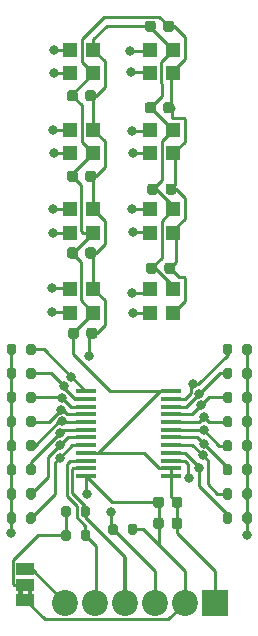
<source format=gtl>
%TF.GenerationSoftware,KiCad,Pcbnew,(5.1.12)-1*%
%TF.CreationDate,2022-08-18T12:28:12-07:00*%
%TF.ProjectId,HighPressureSensorArray,48696768-5072-4657-9373-75726553656e,rev?*%
%TF.SameCoordinates,Original*%
%TF.FileFunction,Copper,L1,Top*%
%TF.FilePolarity,Positive*%
%FSLAX46Y46*%
G04 Gerber Fmt 4.6, Leading zero omitted, Abs format (unit mm)*
G04 Created by KiCad (PCBNEW (5.1.12)-1) date 2022-08-18 12:28:12*
%MOMM*%
%LPD*%
G01*
G04 APERTURE LIST*
%TA.AperFunction,EtchedComponent*%
%ADD10C,0.100000*%
%TD*%
%TA.AperFunction,SMDPad,CuDef*%
%ADD11R,1.750000X0.450000*%
%TD*%
%TA.AperFunction,SMDPad,CuDef*%
%ADD12R,1.300000X1.300000*%
%TD*%
%TA.AperFunction,SMDPad,CuDef*%
%ADD13R,1.500000X1.000000*%
%TD*%
%TA.AperFunction,ComponentPad*%
%ADD14R,2.200000X2.200000*%
%TD*%
%TA.AperFunction,ComponentPad*%
%ADD15C,2.200000*%
%TD*%
%TA.AperFunction,ViaPad*%
%ADD16C,0.800000*%
%TD*%
%TA.AperFunction,Conductor*%
%ADD17C,0.250000*%
%TD*%
G04 APERTURE END LIST*
D10*
G36*
X121450000Y-93600000D02*
G01*
X121450000Y-93100000D01*
X121850000Y-93100000D01*
X121850000Y-93600000D01*
X121450000Y-93600000D01*
G37*
G36*
X120650000Y-93600000D02*
G01*
X120650000Y-93100000D01*
X121050000Y-93100000D01*
X121050000Y-93600000D01*
X120650000Y-93600000D01*
G37*
%TA.AperFunction,SMDPad,CuDef*%
G36*
G01*
X126325000Y-51550000D02*
X126325000Y-51050000D01*
G75*
G02*
X126550000Y-50825000I225000J0D01*
G01*
X127000000Y-50825000D01*
G75*
G02*
X127225000Y-51050000I0J-225000D01*
G01*
X127225000Y-51550000D01*
G75*
G02*
X127000000Y-51775000I-225000J0D01*
G01*
X126550000Y-51775000D01*
G75*
G02*
X126325000Y-51550000I0J225000D01*
G01*
G37*
%TD.AperFunction*%
%TA.AperFunction,SMDPad,CuDef*%
G36*
G01*
X124775000Y-51550000D02*
X124775000Y-51050000D01*
G75*
G02*
X125000000Y-50825000I225000J0D01*
G01*
X125450000Y-50825000D01*
G75*
G02*
X125675000Y-51050000I0J-225000D01*
G01*
X125675000Y-51550000D01*
G75*
G02*
X125450000Y-51775000I-225000J0D01*
G01*
X125000000Y-51775000D01*
G75*
G02*
X124775000Y-51550000I0J225000D01*
G01*
G37*
%TD.AperFunction*%
%TA.AperFunction,SMDPad,CuDef*%
G36*
G01*
X124775000Y-58350000D02*
X124775000Y-57850000D01*
G75*
G02*
X125000000Y-57625000I225000J0D01*
G01*
X125450000Y-57625000D01*
G75*
G02*
X125675000Y-57850000I0J-225000D01*
G01*
X125675000Y-58350000D01*
G75*
G02*
X125450000Y-58575000I-225000J0D01*
G01*
X125000000Y-58575000D01*
G75*
G02*
X124775000Y-58350000I0J225000D01*
G01*
G37*
%TD.AperFunction*%
%TA.AperFunction,SMDPad,CuDef*%
G36*
G01*
X126325000Y-58350000D02*
X126325000Y-57850000D01*
G75*
G02*
X126550000Y-57625000I225000J0D01*
G01*
X127000000Y-57625000D01*
G75*
G02*
X127225000Y-57850000I0J-225000D01*
G01*
X127225000Y-58350000D01*
G75*
G02*
X127000000Y-58575000I-225000J0D01*
G01*
X126550000Y-58575000D01*
G75*
G02*
X126325000Y-58350000I0J225000D01*
G01*
G37*
%TD.AperFunction*%
%TA.AperFunction,SMDPad,CuDef*%
G36*
G01*
X126325000Y-64850000D02*
X126325000Y-64350000D01*
G75*
G02*
X126550000Y-64125000I225000J0D01*
G01*
X127000000Y-64125000D01*
G75*
G02*
X127225000Y-64350000I0J-225000D01*
G01*
X127225000Y-64850000D01*
G75*
G02*
X127000000Y-65075000I-225000J0D01*
G01*
X126550000Y-65075000D01*
G75*
G02*
X126325000Y-64850000I0J225000D01*
G01*
G37*
%TD.AperFunction*%
%TA.AperFunction,SMDPad,CuDef*%
G36*
G01*
X124775000Y-64850000D02*
X124775000Y-64350000D01*
G75*
G02*
X125000000Y-64125000I225000J0D01*
G01*
X125450000Y-64125000D01*
G75*
G02*
X125675000Y-64350000I0J-225000D01*
G01*
X125675000Y-64850000D01*
G75*
G02*
X125450000Y-65075000I-225000J0D01*
G01*
X125000000Y-65075000D01*
G75*
G02*
X124775000Y-64850000I0J225000D01*
G01*
G37*
%TD.AperFunction*%
%TA.AperFunction,SMDPad,CuDef*%
G36*
G01*
X124875000Y-71650000D02*
X124875000Y-71150000D01*
G75*
G02*
X125100000Y-70925000I225000J0D01*
G01*
X125550000Y-70925000D01*
G75*
G02*
X125775000Y-71150000I0J-225000D01*
G01*
X125775000Y-71650000D01*
G75*
G02*
X125550000Y-71875000I-225000J0D01*
G01*
X125100000Y-71875000D01*
G75*
G02*
X124875000Y-71650000I0J225000D01*
G01*
G37*
%TD.AperFunction*%
%TA.AperFunction,SMDPad,CuDef*%
G36*
G01*
X126425000Y-71650000D02*
X126425000Y-71150000D01*
G75*
G02*
X126650000Y-70925000I225000J0D01*
G01*
X127100000Y-70925000D01*
G75*
G02*
X127325000Y-71150000I0J-225000D01*
G01*
X127325000Y-71650000D01*
G75*
G02*
X127100000Y-71875000I-225000J0D01*
G01*
X126650000Y-71875000D01*
G75*
G02*
X126425000Y-71650000I0J225000D01*
G01*
G37*
%TD.AperFunction*%
%TA.AperFunction,SMDPad,CuDef*%
G36*
G01*
X132275000Y-45150000D02*
X132275000Y-45650000D01*
G75*
G02*
X132050000Y-45875000I-225000J0D01*
G01*
X131600000Y-45875000D01*
G75*
G02*
X131375000Y-45650000I0J225000D01*
G01*
X131375000Y-45150000D01*
G75*
G02*
X131600000Y-44925000I225000J0D01*
G01*
X132050000Y-44925000D01*
G75*
G02*
X132275000Y-45150000I0J-225000D01*
G01*
G37*
%TD.AperFunction*%
%TA.AperFunction,SMDPad,CuDef*%
G36*
G01*
X133825000Y-45150000D02*
X133825000Y-45650000D01*
G75*
G02*
X133600000Y-45875000I-225000J0D01*
G01*
X133150000Y-45875000D01*
G75*
G02*
X132925000Y-45650000I0J225000D01*
G01*
X132925000Y-45150000D01*
G75*
G02*
X133150000Y-44925000I225000J0D01*
G01*
X133600000Y-44925000D01*
G75*
G02*
X133825000Y-45150000I0J-225000D01*
G01*
G37*
%TD.AperFunction*%
%TA.AperFunction,SMDPad,CuDef*%
G36*
G01*
X133825000Y-52050000D02*
X133825000Y-52550000D01*
G75*
G02*
X133600000Y-52775000I-225000J0D01*
G01*
X133150000Y-52775000D01*
G75*
G02*
X132925000Y-52550000I0J225000D01*
G01*
X132925000Y-52050000D01*
G75*
G02*
X133150000Y-51825000I225000J0D01*
G01*
X133600000Y-51825000D01*
G75*
G02*
X133825000Y-52050000I0J-225000D01*
G01*
G37*
%TD.AperFunction*%
%TA.AperFunction,SMDPad,CuDef*%
G36*
G01*
X132275000Y-52050000D02*
X132275000Y-52550000D01*
G75*
G02*
X132050000Y-52775000I-225000J0D01*
G01*
X131600000Y-52775000D01*
G75*
G02*
X131375000Y-52550000I0J225000D01*
G01*
X131375000Y-52050000D01*
G75*
G02*
X131600000Y-51825000I225000J0D01*
G01*
X132050000Y-51825000D01*
G75*
G02*
X132275000Y-52050000I0J-225000D01*
G01*
G37*
%TD.AperFunction*%
%TA.AperFunction,SMDPad,CuDef*%
G36*
G01*
X134025000Y-58950000D02*
X134025000Y-59450000D01*
G75*
G02*
X133800000Y-59675000I-225000J0D01*
G01*
X133350000Y-59675000D01*
G75*
G02*
X133125000Y-59450000I0J225000D01*
G01*
X133125000Y-58950000D01*
G75*
G02*
X133350000Y-58725000I225000J0D01*
G01*
X133800000Y-58725000D01*
G75*
G02*
X134025000Y-58950000I0J-225000D01*
G01*
G37*
%TD.AperFunction*%
%TA.AperFunction,SMDPad,CuDef*%
G36*
G01*
X132475000Y-58950000D02*
X132475000Y-59450000D01*
G75*
G02*
X132250000Y-59675000I-225000J0D01*
G01*
X131800000Y-59675000D01*
G75*
G02*
X131575000Y-59450000I0J225000D01*
G01*
X131575000Y-58950000D01*
G75*
G02*
X131800000Y-58725000I225000J0D01*
G01*
X132250000Y-58725000D01*
G75*
G02*
X132475000Y-58950000I0J-225000D01*
G01*
G37*
%TD.AperFunction*%
%TA.AperFunction,SMDPad,CuDef*%
G36*
G01*
X132375000Y-65650000D02*
X132375000Y-66150000D01*
G75*
G02*
X132150000Y-66375000I-225000J0D01*
G01*
X131700000Y-66375000D01*
G75*
G02*
X131475000Y-66150000I0J225000D01*
G01*
X131475000Y-65650000D01*
G75*
G02*
X131700000Y-65425000I225000J0D01*
G01*
X132150000Y-65425000D01*
G75*
G02*
X132375000Y-65650000I0J-225000D01*
G01*
G37*
%TD.AperFunction*%
%TA.AperFunction,SMDPad,CuDef*%
G36*
G01*
X133925000Y-65650000D02*
X133925000Y-66150000D01*
G75*
G02*
X133700000Y-66375000I-225000J0D01*
G01*
X133250000Y-66375000D01*
G75*
G02*
X133025000Y-66150000I0J225000D01*
G01*
X133025000Y-65650000D01*
G75*
G02*
X133250000Y-65425000I225000J0D01*
G01*
X133700000Y-65425000D01*
G75*
G02*
X133925000Y-65650000I0J-225000D01*
G01*
G37*
%TD.AperFunction*%
%TA.AperFunction,SMDPad,CuDef*%
G36*
G01*
X132075000Y-85950000D02*
X132075000Y-85450000D01*
G75*
G02*
X132300000Y-85225000I225000J0D01*
G01*
X132750000Y-85225000D01*
G75*
G02*
X132975000Y-85450000I0J-225000D01*
G01*
X132975000Y-85950000D01*
G75*
G02*
X132750000Y-86175000I-225000J0D01*
G01*
X132300000Y-86175000D01*
G75*
G02*
X132075000Y-85950000I0J225000D01*
G01*
G37*
%TD.AperFunction*%
%TA.AperFunction,SMDPad,CuDef*%
G36*
G01*
X133625000Y-85950000D02*
X133625000Y-85450000D01*
G75*
G02*
X133850000Y-85225000I225000J0D01*
G01*
X134300000Y-85225000D01*
G75*
G02*
X134525000Y-85450000I0J-225000D01*
G01*
X134525000Y-85950000D01*
G75*
G02*
X134300000Y-86175000I-225000J0D01*
G01*
X133850000Y-86175000D01*
G75*
G02*
X133625000Y-85950000I0J225000D01*
G01*
G37*
%TD.AperFunction*%
%TA.AperFunction,SMDPad,CuDef*%
G36*
G01*
X133625000Y-87750000D02*
X133625000Y-87250000D01*
G75*
G02*
X133850000Y-87025000I225000J0D01*
G01*
X134300000Y-87025000D01*
G75*
G02*
X134525000Y-87250000I0J-225000D01*
G01*
X134525000Y-87750000D01*
G75*
G02*
X134300000Y-87975000I-225000J0D01*
G01*
X133850000Y-87975000D01*
G75*
G02*
X133625000Y-87750000I0J225000D01*
G01*
G37*
%TD.AperFunction*%
%TA.AperFunction,SMDPad,CuDef*%
G36*
G01*
X132075000Y-87750000D02*
X132075000Y-87250000D01*
G75*
G02*
X132300000Y-87025000I225000J0D01*
G01*
X132750000Y-87025000D01*
G75*
G02*
X132975000Y-87250000I0J-225000D01*
G01*
X132975000Y-87750000D01*
G75*
G02*
X132750000Y-87975000I-225000J0D01*
G01*
X132300000Y-87975000D01*
G75*
G02*
X132075000Y-87750000I0J225000D01*
G01*
G37*
%TD.AperFunction*%
%TA.AperFunction,SMDPad,CuDef*%
G36*
G01*
X138775000Y-74522958D02*
X138775000Y-75072958D01*
G75*
G02*
X138575000Y-75272958I-200000J0D01*
G01*
X138175000Y-75272958D01*
G75*
G02*
X137975000Y-75072958I0J200000D01*
G01*
X137975000Y-74522958D01*
G75*
G02*
X138175000Y-74322958I200000J0D01*
G01*
X138575000Y-74322958D01*
G75*
G02*
X138775000Y-74522958I0J-200000D01*
G01*
G37*
%TD.AperFunction*%
%TA.AperFunction,SMDPad,CuDef*%
G36*
G01*
X140425000Y-74522958D02*
X140425000Y-75072958D01*
G75*
G02*
X140225000Y-75272958I-200000J0D01*
G01*
X139825000Y-75272958D01*
G75*
G02*
X139625000Y-75072958I0J200000D01*
G01*
X139625000Y-74522958D01*
G75*
G02*
X139825000Y-74322958I200000J0D01*
G01*
X140225000Y-74322958D01*
G75*
G02*
X140425000Y-74522958I0J-200000D01*
G01*
G37*
%TD.AperFunction*%
%TA.AperFunction,SMDPad,CuDef*%
G36*
G01*
X140425000Y-72482142D02*
X140425000Y-73032142D01*
G75*
G02*
X140225000Y-73232142I-200000J0D01*
G01*
X139825000Y-73232142D01*
G75*
G02*
X139625000Y-73032142I0J200000D01*
G01*
X139625000Y-72482142D01*
G75*
G02*
X139825000Y-72282142I200000J0D01*
G01*
X140225000Y-72282142D01*
G75*
G02*
X140425000Y-72482142I0J-200000D01*
G01*
G37*
%TD.AperFunction*%
%TA.AperFunction,SMDPad,CuDef*%
G36*
G01*
X138775000Y-72482142D02*
X138775000Y-73032142D01*
G75*
G02*
X138575000Y-73232142I-200000J0D01*
G01*
X138175000Y-73232142D01*
G75*
G02*
X137975000Y-73032142I0J200000D01*
G01*
X137975000Y-72482142D01*
G75*
G02*
X138175000Y-72282142I200000J0D01*
G01*
X138575000Y-72282142D01*
G75*
G02*
X138775000Y-72482142I0J-200000D01*
G01*
G37*
%TD.AperFunction*%
%TA.AperFunction,SMDPad,CuDef*%
G36*
G01*
X140425000Y-78604590D02*
X140425000Y-79154590D01*
G75*
G02*
X140225000Y-79354590I-200000J0D01*
G01*
X139825000Y-79354590D01*
G75*
G02*
X139625000Y-79154590I0J200000D01*
G01*
X139625000Y-78604590D01*
G75*
G02*
X139825000Y-78404590I200000J0D01*
G01*
X140225000Y-78404590D01*
G75*
G02*
X140425000Y-78604590I0J-200000D01*
G01*
G37*
%TD.AperFunction*%
%TA.AperFunction,SMDPad,CuDef*%
G36*
G01*
X138775000Y-78604590D02*
X138775000Y-79154590D01*
G75*
G02*
X138575000Y-79354590I-200000J0D01*
G01*
X138175000Y-79354590D01*
G75*
G02*
X137975000Y-79154590I0J200000D01*
G01*
X137975000Y-78604590D01*
G75*
G02*
X138175000Y-78404590I200000J0D01*
G01*
X138575000Y-78404590D01*
G75*
G02*
X138775000Y-78604590I0J-200000D01*
G01*
G37*
%TD.AperFunction*%
%TA.AperFunction,SMDPad,CuDef*%
G36*
G01*
X138775000Y-76563774D02*
X138775000Y-77113774D01*
G75*
G02*
X138575000Y-77313774I-200000J0D01*
G01*
X138175000Y-77313774D01*
G75*
G02*
X137975000Y-77113774I0J200000D01*
G01*
X137975000Y-76563774D01*
G75*
G02*
X138175000Y-76363774I200000J0D01*
G01*
X138575000Y-76363774D01*
G75*
G02*
X138775000Y-76563774I0J-200000D01*
G01*
G37*
%TD.AperFunction*%
%TA.AperFunction,SMDPad,CuDef*%
G36*
G01*
X140425000Y-76563774D02*
X140425000Y-77113774D01*
G75*
G02*
X140225000Y-77313774I-200000J0D01*
G01*
X139825000Y-77313774D01*
G75*
G02*
X139625000Y-77113774I0J200000D01*
G01*
X139625000Y-76563774D01*
G75*
G02*
X139825000Y-76363774I200000J0D01*
G01*
X140225000Y-76363774D01*
G75*
G02*
X140425000Y-76563774I0J-200000D01*
G01*
G37*
%TD.AperFunction*%
%TA.AperFunction,SMDPad,CuDef*%
G36*
G01*
X138775000Y-82686222D02*
X138775000Y-83236222D01*
G75*
G02*
X138575000Y-83436222I-200000J0D01*
G01*
X138175000Y-83436222D01*
G75*
G02*
X137975000Y-83236222I0J200000D01*
G01*
X137975000Y-82686222D01*
G75*
G02*
X138175000Y-82486222I200000J0D01*
G01*
X138575000Y-82486222D01*
G75*
G02*
X138775000Y-82686222I0J-200000D01*
G01*
G37*
%TD.AperFunction*%
%TA.AperFunction,SMDPad,CuDef*%
G36*
G01*
X140425000Y-82686222D02*
X140425000Y-83236222D01*
G75*
G02*
X140225000Y-83436222I-200000J0D01*
G01*
X139825000Y-83436222D01*
G75*
G02*
X139625000Y-83236222I0J200000D01*
G01*
X139625000Y-82686222D01*
G75*
G02*
X139825000Y-82486222I200000J0D01*
G01*
X140225000Y-82486222D01*
G75*
G02*
X140425000Y-82686222I0J-200000D01*
G01*
G37*
%TD.AperFunction*%
%TA.AperFunction,SMDPad,CuDef*%
G36*
G01*
X140425000Y-80645406D02*
X140425000Y-81195406D01*
G75*
G02*
X140225000Y-81395406I-200000J0D01*
G01*
X139825000Y-81395406D01*
G75*
G02*
X139625000Y-81195406I0J200000D01*
G01*
X139625000Y-80645406D01*
G75*
G02*
X139825000Y-80445406I200000J0D01*
G01*
X140225000Y-80445406D01*
G75*
G02*
X140425000Y-80645406I0J-200000D01*
G01*
G37*
%TD.AperFunction*%
%TA.AperFunction,SMDPad,CuDef*%
G36*
G01*
X138775000Y-80645406D02*
X138775000Y-81195406D01*
G75*
G02*
X138575000Y-81395406I-200000J0D01*
G01*
X138175000Y-81395406D01*
G75*
G02*
X137975000Y-81195406I0J200000D01*
G01*
X137975000Y-80645406D01*
G75*
G02*
X138175000Y-80445406I200000J0D01*
G01*
X138575000Y-80445406D01*
G75*
G02*
X138775000Y-80645406I0J-200000D01*
G01*
G37*
%TD.AperFunction*%
%TA.AperFunction,SMDPad,CuDef*%
G36*
G01*
X140425000Y-86767857D02*
X140425000Y-87317857D01*
G75*
G02*
X140225000Y-87517857I-200000J0D01*
G01*
X139825000Y-87517857D01*
G75*
G02*
X139625000Y-87317857I0J200000D01*
G01*
X139625000Y-86767857D01*
G75*
G02*
X139825000Y-86567857I200000J0D01*
G01*
X140225000Y-86567857D01*
G75*
G02*
X140425000Y-86767857I0J-200000D01*
G01*
G37*
%TD.AperFunction*%
%TA.AperFunction,SMDPad,CuDef*%
G36*
G01*
X138775000Y-86767857D02*
X138775000Y-87317857D01*
G75*
G02*
X138575000Y-87517857I-200000J0D01*
G01*
X138175000Y-87517857D01*
G75*
G02*
X137975000Y-87317857I0J200000D01*
G01*
X137975000Y-86767857D01*
G75*
G02*
X138175000Y-86567857I200000J0D01*
G01*
X138575000Y-86567857D01*
G75*
G02*
X138775000Y-86767857I0J-200000D01*
G01*
G37*
%TD.AperFunction*%
%TA.AperFunction,SMDPad,CuDef*%
G36*
G01*
X138775000Y-84727038D02*
X138775000Y-85277038D01*
G75*
G02*
X138575000Y-85477038I-200000J0D01*
G01*
X138175000Y-85477038D01*
G75*
G02*
X137975000Y-85277038I0J200000D01*
G01*
X137975000Y-84727038D01*
G75*
G02*
X138175000Y-84527038I200000J0D01*
G01*
X138575000Y-84527038D01*
G75*
G02*
X138775000Y-84727038I0J-200000D01*
G01*
G37*
%TD.AperFunction*%
%TA.AperFunction,SMDPad,CuDef*%
G36*
G01*
X140425000Y-84727038D02*
X140425000Y-85277038D01*
G75*
G02*
X140225000Y-85477038I-200000J0D01*
G01*
X139825000Y-85477038D01*
G75*
G02*
X139625000Y-85277038I0J200000D01*
G01*
X139625000Y-84727038D01*
G75*
G02*
X139825000Y-84527038I200000J0D01*
G01*
X140225000Y-84527038D01*
G75*
G02*
X140425000Y-84727038I0J-200000D01*
G01*
G37*
%TD.AperFunction*%
%TA.AperFunction,SMDPad,CuDef*%
G36*
G01*
X119675000Y-85276016D02*
X119675000Y-84726016D01*
G75*
G02*
X119875000Y-84526016I200000J0D01*
G01*
X120275000Y-84526016D01*
G75*
G02*
X120475000Y-84726016I0J-200000D01*
G01*
X120475000Y-85276016D01*
G75*
G02*
X120275000Y-85476016I-200000J0D01*
G01*
X119875000Y-85476016D01*
G75*
G02*
X119675000Y-85276016I0J200000D01*
G01*
G37*
%TD.AperFunction*%
%TA.AperFunction,SMDPad,CuDef*%
G36*
G01*
X121325000Y-85276016D02*
X121325000Y-84726016D01*
G75*
G02*
X121525000Y-84526016I200000J0D01*
G01*
X121925000Y-84526016D01*
G75*
G02*
X122125000Y-84726016I0J-200000D01*
G01*
X122125000Y-85276016D01*
G75*
G02*
X121925000Y-85476016I-200000J0D01*
G01*
X121525000Y-85476016D01*
G75*
G02*
X121325000Y-85276016I0J200000D01*
G01*
G37*
%TD.AperFunction*%
%TA.AperFunction,SMDPad,CuDef*%
G36*
G01*
X119675000Y-87317857D02*
X119675000Y-86767857D01*
G75*
G02*
X119875000Y-86567857I200000J0D01*
G01*
X120275000Y-86567857D01*
G75*
G02*
X120475000Y-86767857I0J-200000D01*
G01*
X120475000Y-87317857D01*
G75*
G02*
X120275000Y-87517857I-200000J0D01*
G01*
X119875000Y-87517857D01*
G75*
G02*
X119675000Y-87317857I0J200000D01*
G01*
G37*
%TD.AperFunction*%
%TA.AperFunction,SMDPad,CuDef*%
G36*
G01*
X121325000Y-87317857D02*
X121325000Y-86767857D01*
G75*
G02*
X121525000Y-86567857I200000J0D01*
G01*
X121925000Y-86567857D01*
G75*
G02*
X122125000Y-86767857I0J-200000D01*
G01*
X122125000Y-87317857D01*
G75*
G02*
X121925000Y-87517857I-200000J0D01*
G01*
X121525000Y-87517857D01*
G75*
G02*
X121325000Y-87317857I0J200000D01*
G01*
G37*
%TD.AperFunction*%
%TA.AperFunction,SMDPad,CuDef*%
G36*
G01*
X119675000Y-81192344D02*
X119675000Y-80642344D01*
G75*
G02*
X119875000Y-80442344I200000J0D01*
G01*
X120275000Y-80442344D01*
G75*
G02*
X120475000Y-80642344I0J-200000D01*
G01*
X120475000Y-81192344D01*
G75*
G02*
X120275000Y-81392344I-200000J0D01*
G01*
X119875000Y-81392344D01*
G75*
G02*
X119675000Y-81192344I0J200000D01*
G01*
G37*
%TD.AperFunction*%
%TA.AperFunction,SMDPad,CuDef*%
G36*
G01*
X121325000Y-81192344D02*
X121325000Y-80642344D01*
G75*
G02*
X121525000Y-80442344I200000J0D01*
G01*
X121925000Y-80442344D01*
G75*
G02*
X122125000Y-80642344I0J-200000D01*
G01*
X122125000Y-81192344D01*
G75*
G02*
X121925000Y-81392344I-200000J0D01*
G01*
X121525000Y-81392344D01*
G75*
G02*
X121325000Y-81192344I0J200000D01*
G01*
G37*
%TD.AperFunction*%
%TA.AperFunction,SMDPad,CuDef*%
G36*
G01*
X121325000Y-83234180D02*
X121325000Y-82684180D01*
G75*
G02*
X121525000Y-82484180I200000J0D01*
G01*
X121925000Y-82484180D01*
G75*
G02*
X122125000Y-82684180I0J-200000D01*
G01*
X122125000Y-83234180D01*
G75*
G02*
X121925000Y-83434180I-200000J0D01*
G01*
X121525000Y-83434180D01*
G75*
G02*
X121325000Y-83234180I0J200000D01*
G01*
G37*
%TD.AperFunction*%
%TA.AperFunction,SMDPad,CuDef*%
G36*
G01*
X119675000Y-83234180D02*
X119675000Y-82684180D01*
G75*
G02*
X119875000Y-82484180I200000J0D01*
G01*
X120275000Y-82484180D01*
G75*
G02*
X120475000Y-82684180I0J-200000D01*
G01*
X120475000Y-83234180D01*
G75*
G02*
X120275000Y-83434180I-200000J0D01*
G01*
X119875000Y-83434180D01*
G75*
G02*
X119675000Y-83234180I0J200000D01*
G01*
G37*
%TD.AperFunction*%
%TA.AperFunction,SMDPad,CuDef*%
G36*
G01*
X119675000Y-77108672D02*
X119675000Y-76558672D01*
G75*
G02*
X119875000Y-76358672I200000J0D01*
G01*
X120275000Y-76358672D01*
G75*
G02*
X120475000Y-76558672I0J-200000D01*
G01*
X120475000Y-77108672D01*
G75*
G02*
X120275000Y-77308672I-200000J0D01*
G01*
X119875000Y-77308672D01*
G75*
G02*
X119675000Y-77108672I0J200000D01*
G01*
G37*
%TD.AperFunction*%
%TA.AperFunction,SMDPad,CuDef*%
G36*
G01*
X121325000Y-77108672D02*
X121325000Y-76558672D01*
G75*
G02*
X121525000Y-76358672I200000J0D01*
G01*
X121925000Y-76358672D01*
G75*
G02*
X122125000Y-76558672I0J-200000D01*
G01*
X122125000Y-77108672D01*
G75*
G02*
X121925000Y-77308672I-200000J0D01*
G01*
X121525000Y-77308672D01*
G75*
G02*
X121325000Y-77108672I0J200000D01*
G01*
G37*
%TD.AperFunction*%
%TA.AperFunction,SMDPad,CuDef*%
G36*
G01*
X121325000Y-79150508D02*
X121325000Y-78600508D01*
G75*
G02*
X121525000Y-78400508I200000J0D01*
G01*
X121925000Y-78400508D01*
G75*
G02*
X122125000Y-78600508I0J-200000D01*
G01*
X122125000Y-79150508D01*
G75*
G02*
X121925000Y-79350508I-200000J0D01*
G01*
X121525000Y-79350508D01*
G75*
G02*
X121325000Y-79150508I0J200000D01*
G01*
G37*
%TD.AperFunction*%
%TA.AperFunction,SMDPad,CuDef*%
G36*
G01*
X119675000Y-79150508D02*
X119675000Y-78600508D01*
G75*
G02*
X119875000Y-78400508I200000J0D01*
G01*
X120275000Y-78400508D01*
G75*
G02*
X120475000Y-78600508I0J-200000D01*
G01*
X120475000Y-79150508D01*
G75*
G02*
X120275000Y-79350508I-200000J0D01*
G01*
X119875000Y-79350508D01*
G75*
G02*
X119675000Y-79150508I0J200000D01*
G01*
G37*
%TD.AperFunction*%
%TA.AperFunction,SMDPad,CuDef*%
G36*
G01*
X119675000Y-73025000D02*
X119675000Y-72475000D01*
G75*
G02*
X119875000Y-72275000I200000J0D01*
G01*
X120275000Y-72275000D01*
G75*
G02*
X120475000Y-72475000I0J-200000D01*
G01*
X120475000Y-73025000D01*
G75*
G02*
X120275000Y-73225000I-200000J0D01*
G01*
X119875000Y-73225000D01*
G75*
G02*
X119675000Y-73025000I0J200000D01*
G01*
G37*
%TD.AperFunction*%
%TA.AperFunction,SMDPad,CuDef*%
G36*
G01*
X121325000Y-73025000D02*
X121325000Y-72475000D01*
G75*
G02*
X121525000Y-72275000I200000J0D01*
G01*
X121925000Y-72275000D01*
G75*
G02*
X122125000Y-72475000I0J-200000D01*
G01*
X122125000Y-73025000D01*
G75*
G02*
X121925000Y-73225000I-200000J0D01*
G01*
X121525000Y-73225000D01*
G75*
G02*
X121325000Y-73025000I0J200000D01*
G01*
G37*
%TD.AperFunction*%
%TA.AperFunction,SMDPad,CuDef*%
G36*
G01*
X121325000Y-75066836D02*
X121325000Y-74516836D01*
G75*
G02*
X121525000Y-74316836I200000J0D01*
G01*
X121925000Y-74316836D01*
G75*
G02*
X122125000Y-74516836I0J-200000D01*
G01*
X122125000Y-75066836D01*
G75*
G02*
X121925000Y-75266836I-200000J0D01*
G01*
X121525000Y-75266836D01*
G75*
G02*
X121325000Y-75066836I0J200000D01*
G01*
G37*
%TD.AperFunction*%
%TA.AperFunction,SMDPad,CuDef*%
G36*
G01*
X119675000Y-75066836D02*
X119675000Y-74516836D01*
G75*
G02*
X119875000Y-74316836I200000J0D01*
G01*
X120275000Y-74316836D01*
G75*
G02*
X120475000Y-74516836I0J-200000D01*
G01*
X120475000Y-75066836D01*
G75*
G02*
X120275000Y-75266836I-200000J0D01*
G01*
X119875000Y-75266836D01*
G75*
G02*
X119675000Y-75066836I0J200000D01*
G01*
G37*
%TD.AperFunction*%
%TA.AperFunction,SMDPad,CuDef*%
G36*
G01*
X126725000Y-88225000D02*
X126725000Y-88775000D01*
G75*
G02*
X126525000Y-88975000I-200000J0D01*
G01*
X126125000Y-88975000D01*
G75*
G02*
X125925000Y-88775000I0J200000D01*
G01*
X125925000Y-88225000D01*
G75*
G02*
X126125000Y-88025000I200000J0D01*
G01*
X126525000Y-88025000D01*
G75*
G02*
X126725000Y-88225000I0J-200000D01*
G01*
G37*
%TD.AperFunction*%
%TA.AperFunction,SMDPad,CuDef*%
G36*
G01*
X125075000Y-88225000D02*
X125075000Y-88775000D01*
G75*
G02*
X124875000Y-88975000I-200000J0D01*
G01*
X124475000Y-88975000D01*
G75*
G02*
X124275000Y-88775000I0J200000D01*
G01*
X124275000Y-88225000D01*
G75*
G02*
X124475000Y-88025000I200000J0D01*
G01*
X124875000Y-88025000D01*
G75*
G02*
X125075000Y-88225000I0J-200000D01*
G01*
G37*
%TD.AperFunction*%
%TA.AperFunction,SMDPad,CuDef*%
G36*
G01*
X125075000Y-86225000D02*
X125075000Y-86775000D01*
G75*
G02*
X124875000Y-86975000I-200000J0D01*
G01*
X124475000Y-86975000D01*
G75*
G02*
X124275000Y-86775000I0J200000D01*
G01*
X124275000Y-86225000D01*
G75*
G02*
X124475000Y-86025000I200000J0D01*
G01*
X124875000Y-86025000D01*
G75*
G02*
X125075000Y-86225000I0J-200000D01*
G01*
G37*
%TD.AperFunction*%
%TA.AperFunction,SMDPad,CuDef*%
G36*
G01*
X126725000Y-86225000D02*
X126725000Y-86775000D01*
G75*
G02*
X126525000Y-86975000I-200000J0D01*
G01*
X126125000Y-86975000D01*
G75*
G02*
X125925000Y-86775000I0J200000D01*
G01*
X125925000Y-86225000D01*
G75*
G02*
X126125000Y-86025000I200000J0D01*
G01*
X126525000Y-86025000D01*
G75*
G02*
X126725000Y-86225000I0J-200000D01*
G01*
G37*
%TD.AperFunction*%
%TA.AperFunction,SMDPad,CuDef*%
G36*
G01*
X129075000Y-87725000D02*
X129075000Y-88275000D01*
G75*
G02*
X128875000Y-88475000I-200000J0D01*
G01*
X128475000Y-88475000D01*
G75*
G02*
X128275000Y-88275000I0J200000D01*
G01*
X128275000Y-87725000D01*
G75*
G02*
X128475000Y-87525000I200000J0D01*
G01*
X128875000Y-87525000D01*
G75*
G02*
X129075000Y-87725000I0J-200000D01*
G01*
G37*
%TD.AperFunction*%
%TA.AperFunction,SMDPad,CuDef*%
G36*
G01*
X130725000Y-87725000D02*
X130725000Y-88275000D01*
G75*
G02*
X130525000Y-88475000I-200000J0D01*
G01*
X130125000Y-88475000D01*
G75*
G02*
X129925000Y-88275000I0J200000D01*
G01*
X129925000Y-87725000D01*
G75*
G02*
X130125000Y-87525000I200000J0D01*
G01*
X130525000Y-87525000D01*
G75*
G02*
X130725000Y-87725000I0J-200000D01*
G01*
G37*
%TD.AperFunction*%
D11*
X133600000Y-83475000D03*
X133600000Y-82825000D03*
X133600000Y-82175000D03*
X133600000Y-81525000D03*
X133600000Y-80875000D03*
X133600000Y-80225000D03*
X133600000Y-79575000D03*
X133600000Y-78925000D03*
X133600000Y-78275000D03*
X133600000Y-77625000D03*
X133600000Y-76975000D03*
X133600000Y-76325000D03*
X126400000Y-76325000D03*
X126400000Y-76975000D03*
X126400000Y-77625000D03*
X126400000Y-78275000D03*
X126400000Y-78925000D03*
X126400000Y-79575000D03*
X126400000Y-80225000D03*
X126400000Y-80875000D03*
X126400000Y-81525000D03*
X126400000Y-82175000D03*
X126400000Y-82825000D03*
X126400000Y-83475000D03*
D12*
X133762600Y-67650400D03*
X133762600Y-69650400D03*
X131762600Y-67650400D03*
X131762600Y-69650400D03*
X133762600Y-60900400D03*
X133762600Y-62900400D03*
X131762600Y-60900400D03*
X131762600Y-62900400D03*
X133762600Y-54150400D03*
X133762600Y-56150400D03*
X131762600Y-54150400D03*
X131762600Y-56150400D03*
X131762600Y-49400400D03*
X131762600Y-47400400D03*
X133762600Y-49400400D03*
X133762600Y-47400400D03*
X125012600Y-49400400D03*
X125012600Y-47400400D03*
X127012600Y-49400400D03*
X127012600Y-47400400D03*
X127012600Y-54150400D03*
X127012600Y-56150400D03*
X125012600Y-54150400D03*
X125012600Y-56150400D03*
X125012600Y-62900400D03*
X125012600Y-60900400D03*
X127012600Y-62900400D03*
X127012600Y-60900400D03*
X125012600Y-69650400D03*
X125012600Y-67650400D03*
X127012600Y-69650400D03*
X127012600Y-67650400D03*
D13*
X121250000Y-94000000D03*
X121250000Y-91400000D03*
X121250000Y-92700000D03*
D14*
X137300000Y-94200000D03*
D15*
X134760000Y-94200000D03*
X132220000Y-94200000D03*
X129680000Y-94200000D03*
X127140000Y-94200000D03*
X124600000Y-94200000D03*
D16*
X135075014Y-83690823D03*
X128500000Y-86500000D03*
X140025000Y-88475000D03*
X126500000Y-84999992D03*
X120075000Y-88325000D03*
X126600000Y-73300000D03*
X135957465Y-76531326D03*
X130400000Y-69700000D03*
X135404961Y-75697802D03*
X130300000Y-67999998D03*
X136366985Y-78488605D03*
X130400000Y-62800000D03*
X136143606Y-77513861D03*
X130300000Y-60900000D03*
X136335351Y-80736365D03*
X130400000Y-56100000D03*
X136336190Y-79586190D03*
X130277055Y-54283999D03*
X135957015Y-82847552D03*
X130200000Y-49300000D03*
X136249994Y-81750000D03*
X130100006Y-47500000D03*
X124192304Y-80895655D03*
X123700000Y-49400000D03*
X124171929Y-81941350D03*
X123699996Y-47400000D03*
X124356250Y-78855314D03*
X123700000Y-56100000D03*
X124217049Y-79845590D03*
X123600000Y-54200000D03*
X124334858Y-76867717D03*
X123600002Y-62900000D03*
X124234774Y-77862708D03*
X123600000Y-60900000D03*
X125122606Y-75066477D03*
X123500000Y-69600000D03*
X124560360Y-75893462D03*
X123499996Y-67600000D03*
D17*
X135024999Y-83640808D02*
X135075014Y-83690823D01*
X134725000Y-82175000D02*
X135024999Y-82474999D01*
X133600000Y-82175000D02*
X134725000Y-82175000D01*
X135024999Y-82474999D02*
X135024999Y-83640808D01*
X128500000Y-87825000D02*
X128675000Y-88000000D01*
X128500000Y-86500000D02*
X128500000Y-87825000D01*
X132220000Y-91550000D02*
X132220000Y-94200000D01*
X128675000Y-88005000D02*
X132220000Y-91550000D01*
X128675000Y-88000000D02*
X128675000Y-88005000D01*
X130275000Y-85700000D02*
X132525000Y-85700000D01*
X132525000Y-85700000D02*
X132525000Y-87500000D01*
X132525000Y-85700000D02*
X128625000Y-85700000D01*
X127562500Y-84637500D02*
X126400000Y-83475000D01*
X128625000Y-85700000D02*
X127562500Y-84637500D01*
X140000000Y-72714285D02*
X140000000Y-87000000D01*
X140025000Y-87042857D02*
X140025000Y-88475000D01*
X140025000Y-88475000D02*
X140025000Y-88475000D01*
X120075000Y-72750000D02*
X120075000Y-87042857D01*
X126400000Y-84899992D02*
X126500000Y-84999992D01*
X126400000Y-83475000D02*
X126400000Y-84899992D01*
X120075000Y-87042857D02*
X120075000Y-88325000D01*
X120075000Y-88325000D02*
X120075000Y-88325000D01*
X130325000Y-88000000D02*
X130325000Y-88191410D01*
X130325000Y-88000000D02*
X131210000Y-88000000D01*
X132525000Y-89225000D02*
X132480000Y-89270000D01*
X132525000Y-87500000D02*
X132525000Y-89225000D01*
X131210000Y-88000000D02*
X132480000Y-89270000D01*
X126600000Y-71675000D02*
X126875000Y-71400000D01*
X126600000Y-73300000D02*
X126600000Y-71675000D01*
X127987601Y-68625401D02*
X127012600Y-67650400D01*
X127987601Y-70737399D02*
X127987601Y-68625401D01*
X127325000Y-71400000D02*
X127987601Y-70737399D01*
X126875000Y-71400000D02*
X127325000Y-71400000D01*
X127012600Y-64837600D02*
X126775000Y-64600000D01*
X127012600Y-67650400D02*
X127012600Y-64837600D01*
X127987601Y-61875401D02*
X127012600Y-60900400D01*
X127987601Y-63837399D02*
X127987601Y-61875401D01*
X127225000Y-64600000D02*
X127987601Y-63837399D01*
X126775000Y-64600000D02*
X127225000Y-64600000D01*
X127012600Y-58337600D02*
X126775000Y-58100000D01*
X127012600Y-60900400D02*
X127012600Y-58337600D01*
X127987601Y-55125401D02*
X127012600Y-54150400D01*
X127987601Y-57337399D02*
X127987601Y-55125401D01*
X127225000Y-58100000D02*
X127987601Y-57337399D01*
X126775000Y-58100000D02*
X127225000Y-58100000D01*
X127012600Y-51537600D02*
X126775000Y-51300000D01*
X127012600Y-54150400D02*
X127012600Y-51537600D01*
X127987601Y-48375401D02*
X127012600Y-47400400D01*
X127987601Y-50537399D02*
X127987601Y-48375401D01*
X127225000Y-51300000D02*
X127987601Y-50537399D01*
X126775000Y-51300000D02*
X127225000Y-51300000D01*
X131825000Y-45462800D02*
X133762600Y-47400400D01*
X131825000Y-45400000D02*
X131825000Y-45462800D01*
X131912200Y-52300000D02*
X133762600Y-54150400D01*
X131825000Y-52300000D02*
X131912200Y-52300000D01*
X133762600Y-67440434D02*
X133762600Y-67650400D01*
X132222166Y-65900000D02*
X133762600Y-67440434D01*
X131925000Y-65900000D02*
X132222166Y-65900000D01*
X133762600Y-60640434D02*
X133762600Y-60900400D01*
X132025000Y-59200000D02*
X132322166Y-59200000D01*
X132322166Y-59200000D02*
X133762600Y-60640434D01*
X133762600Y-60900400D02*
X132787599Y-61875401D01*
X132825002Y-63847804D02*
X132825001Y-64999999D01*
X132825001Y-64999999D02*
X131925000Y-65900000D01*
X132787599Y-63810401D02*
X132825002Y-63847804D01*
X132787599Y-61875401D02*
X132787599Y-63810401D01*
X133762600Y-54150400D02*
X132787599Y-55125401D01*
X132787599Y-58437401D02*
X132025000Y-59200000D01*
X132787599Y-55125401D02*
X132787599Y-58437401D01*
X132825001Y-50302411D02*
X132825001Y-51299999D01*
X131799999Y-45374999D02*
X131825000Y-45400000D01*
X132737601Y-48425399D02*
X132737601Y-50215011D01*
X127012600Y-46500400D02*
X128138001Y-45374999D01*
X132737601Y-50215011D02*
X132825001Y-50302411D01*
X127012600Y-47400400D02*
X127012600Y-46500400D01*
X133762600Y-47400400D02*
X132737601Y-48425399D01*
X132825001Y-51299999D02*
X131825000Y-52300000D01*
X128138001Y-45374999D02*
X131799999Y-45374999D01*
X133334999Y-95625001D02*
X134760000Y-94200000D01*
X122875001Y-95625001D02*
X133334999Y-95625001D01*
X121250000Y-94000000D02*
X122875001Y-95625001D01*
X132480000Y-89270000D02*
X134760000Y-91550000D01*
X134760000Y-91550000D02*
X134760000Y-94200000D01*
X133600000Y-82825000D02*
X133600000Y-83475000D01*
X133600000Y-85225000D02*
X134075000Y-85700000D01*
X133600000Y-83475000D02*
X133600000Y-85225000D01*
X134075000Y-85700000D02*
X134075000Y-87500000D01*
X127435002Y-81525000D02*
X126400000Y-81525000D01*
X132635002Y-76325000D02*
X127435002Y-81525000D01*
X133600000Y-76325000D02*
X132635002Y-76325000D01*
X132564998Y-82825000D02*
X133600000Y-82825000D01*
X131264998Y-81525000D02*
X132564998Y-82825000D01*
X126400000Y-81525000D02*
X131264998Y-81525000D01*
X128451997Y-76325000D02*
X133600000Y-76325000D01*
X125325000Y-73198003D02*
X128451997Y-76325000D01*
X125325000Y-71400000D02*
X125325000Y-73198003D01*
X125325000Y-71338000D02*
X127012600Y-69650400D01*
X125325000Y-71400000D02*
X125325000Y-71338000D01*
X125987601Y-65362601D02*
X125225000Y-64600000D01*
X125987601Y-68625401D02*
X125987601Y-65362601D01*
X127012600Y-69650400D02*
X125987601Y-68625401D01*
X125313000Y-64600000D02*
X127012600Y-62900400D01*
X125225000Y-64600000D02*
X125313000Y-64600000D01*
X125987601Y-58862601D02*
X125225000Y-58100000D01*
X125987601Y-62775401D02*
X125987601Y-58862601D01*
X126112600Y-62900400D02*
X125987601Y-62775401D01*
X127012600Y-62900400D02*
X126112600Y-62900400D01*
X125225000Y-57938000D02*
X127012600Y-56150400D01*
X125225000Y-58100000D02*
X125225000Y-57938000D01*
X126037599Y-55175399D02*
X126037599Y-52112599D01*
X126037599Y-52112599D02*
X125225000Y-51300000D01*
X127012600Y-56150400D02*
X126037599Y-55175399D01*
X125225000Y-51188000D02*
X127012600Y-49400400D01*
X125225000Y-51300000D02*
X125225000Y-51188000D01*
X132574990Y-44599990D02*
X133375000Y-45400000D01*
X127928008Y-44599990D02*
X132574990Y-44599990D01*
X126037599Y-46490399D02*
X127928008Y-44599990D01*
X126037599Y-48425399D02*
X126037599Y-46490399D01*
X127012600Y-49400400D02*
X126037599Y-48425399D01*
X134672601Y-66675399D02*
X134737601Y-66740399D01*
X134737601Y-68675399D02*
X133762600Y-69650400D01*
X133475000Y-65900000D02*
X134250399Y-66675399D01*
X134737601Y-66740399D02*
X134737601Y-68675399D01*
X134250399Y-66675399D02*
X134672601Y-66675399D01*
X134737601Y-61702009D02*
X133762600Y-62677010D01*
X133762600Y-62900400D02*
X134025002Y-63162802D01*
X134025000Y-59200000D02*
X134737601Y-59912601D01*
X133762600Y-62677010D02*
X133762600Y-62900400D01*
X134025002Y-63162802D02*
X134025002Y-65349998D01*
X133575000Y-59200000D02*
X134025000Y-59200000D01*
X134737601Y-59912601D02*
X134737601Y-61702009D01*
X134025002Y-65349998D02*
X133475000Y-65900000D01*
X133946585Y-58828415D02*
X133575000Y-59200000D01*
X133762600Y-56150400D02*
X133946585Y-56334385D01*
X133946585Y-56334385D02*
X133946585Y-58828415D01*
X133762600Y-49164398D02*
X133762600Y-49400400D01*
X134737601Y-48189397D02*
X133762600Y-49164398D01*
X133375000Y-45400000D02*
X133825000Y-45400000D01*
X133825000Y-52300000D02*
X133375000Y-52300000D01*
X134737601Y-46312601D02*
X134737601Y-48189397D01*
X133825000Y-45400000D02*
X134737601Y-46312601D01*
X133625102Y-52499898D02*
X133625102Y-53175399D01*
X133625102Y-53175399D02*
X134672601Y-53175399D01*
X133577634Y-49585366D02*
X133577634Y-52052634D01*
X133577634Y-52052634D02*
X133825000Y-52300000D01*
X134737601Y-53240399D02*
X134737601Y-55175399D01*
X133825000Y-52300000D02*
X133625102Y-52499898D01*
X134672601Y-53175399D02*
X134737601Y-53240399D01*
X134737601Y-55175399D02*
X133762600Y-56150400D01*
X133762600Y-49400400D02*
X133577634Y-49585366D01*
X137300000Y-91550000D02*
X137300000Y-94200000D01*
X134075000Y-88325000D02*
X137300000Y-91550000D01*
X134075000Y-87500000D02*
X134075000Y-88325000D01*
X126325000Y-86025000D02*
X126325000Y-86500000D01*
X125199999Y-83960001D02*
X125200011Y-83960013D01*
X125275000Y-82825000D02*
X125199999Y-82900001D01*
X125200011Y-83960013D02*
X125200011Y-84900011D01*
X126400000Y-82825000D02*
X125275000Y-82825000D01*
X125200011Y-84900011D02*
X126325000Y-86025000D01*
X125199999Y-82900001D02*
X125199999Y-83960001D01*
X129630000Y-94150000D02*
X129630000Y-90400000D01*
X129680000Y-90330000D02*
X129680000Y-94200000D01*
X129680000Y-94200000D02*
X129630000Y-94150000D01*
X126325000Y-86975000D02*
X129680000Y-90330000D01*
X126325000Y-86500000D02*
X126325000Y-86975000D01*
X126325000Y-87717478D02*
X126325000Y-88500000D01*
X125599990Y-86007532D02*
X125599990Y-86992468D01*
X124750000Y-84146413D02*
X124750000Y-85157542D01*
X124749988Y-84146401D02*
X124750000Y-84146413D01*
X124750000Y-85157542D02*
X125599990Y-86007532D01*
X124749988Y-82803599D02*
X124749988Y-84146401D01*
X124750000Y-82803587D02*
X124749988Y-82803599D01*
X124750000Y-82436281D02*
X124750000Y-82803587D01*
X125011281Y-82175000D02*
X124750000Y-82436281D01*
X125599990Y-86992468D02*
X126325000Y-87717478D01*
X126400000Y-82175000D02*
X125011281Y-82175000D01*
X127250000Y-94090000D02*
X127140000Y-94200000D01*
X127250000Y-89425000D02*
X127250000Y-94090000D01*
X126325000Y-88500000D02*
X127250000Y-89425000D01*
X138375000Y-74797958D02*
X137690833Y-74797958D01*
X134863791Y-77625000D02*
X135957465Y-76531326D01*
X133600000Y-77625000D02*
X134863791Y-77625000D01*
X137690833Y-74797958D02*
X135957465Y-76531326D01*
X131713000Y-69700000D02*
X131762600Y-69650400D01*
X130400000Y-69700000D02*
X131713000Y-69700000D01*
X135909340Y-75697802D02*
X135404961Y-75697802D01*
X133600000Y-76975000D02*
X134725000Y-76975000D01*
X138375000Y-72757142D02*
X138375000Y-73232142D01*
X135232464Y-75870299D02*
X135404961Y-75697802D01*
X138375000Y-73232142D02*
X135909340Y-75697802D01*
X134725000Y-76975000D02*
X135232464Y-76467536D01*
X135232464Y-76467536D02*
X135232464Y-75870299D01*
X131413002Y-67999998D02*
X131762600Y-67650400D01*
X130300000Y-67999998D02*
X131413002Y-67999998D01*
X133600000Y-78925000D02*
X135930590Y-78925000D01*
X135930590Y-78925000D02*
X136366985Y-78488605D01*
X136757970Y-78879590D02*
X138375000Y-78879590D01*
X136366985Y-78488605D02*
X136757970Y-78879590D01*
X131662200Y-62800000D02*
X131762600Y-62900400D01*
X130400000Y-62800000D02*
X131662200Y-62800000D01*
X138375000Y-76838774D02*
X136818693Y-76838774D01*
X135382467Y-78275000D02*
X136143606Y-77513861D01*
X133600000Y-78275000D02*
X135382467Y-78275000D01*
X136818693Y-76838774D02*
X136143606Y-77513861D01*
X131762200Y-60900000D02*
X131762600Y-60900400D01*
X130300000Y-60900000D02*
X131762200Y-60900000D01*
X135823986Y-80225000D02*
X136335351Y-80736365D01*
X138375000Y-82776014D02*
X136335351Y-80736365D01*
X133600000Y-80225000D02*
X135823986Y-80225000D01*
X138375000Y-82961222D02*
X138375000Y-82776014D01*
X131712200Y-56100000D02*
X131762600Y-56150400D01*
X130400000Y-56100000D02*
X131712200Y-56100000D01*
X137670406Y-80920406D02*
X136336190Y-79586190D01*
X138375000Y-80920406D02*
X137670406Y-80920406D01*
X133600000Y-79575000D02*
X136325000Y-79575000D01*
X136325000Y-79575000D02*
X136336190Y-79586190D01*
X131629001Y-54283999D02*
X131762600Y-54150400D01*
X130277055Y-54283999D02*
X131629001Y-54283999D01*
X135957015Y-82757015D02*
X135957015Y-82847552D01*
X134725000Y-81525000D02*
X135957015Y-82757015D01*
X133600000Y-81525000D02*
X134725000Y-81525000D01*
X135957015Y-84340944D02*
X135957015Y-82847552D01*
X138375000Y-86758929D02*
X135957015Y-84340944D01*
X138375000Y-87042857D02*
X138375000Y-86758929D01*
X131662200Y-49300000D02*
X131762600Y-49400400D01*
X130200000Y-49300000D02*
X131662200Y-49300000D01*
X133600000Y-80875000D02*
X135374994Y-80875000D01*
X135374994Y-80875000D02*
X136249994Y-81750000D01*
X137502038Y-85002038D02*
X138375000Y-85002038D01*
X136682016Y-84182016D02*
X137502038Y-85002038D01*
X136682016Y-82182022D02*
X136682016Y-84182016D01*
X136249994Y-81750000D02*
X136682016Y-82182022D01*
X131663000Y-47500000D02*
X131762600Y-47400400D01*
X130100006Y-47500000D02*
X131663000Y-47500000D01*
X123188500Y-81899459D02*
X124192304Y-80895655D01*
X121725000Y-85001016D02*
X123188500Y-83537516D01*
X126400000Y-80225000D02*
X124862959Y-80225000D01*
X124862959Y-80225000D02*
X124192304Y-80895655D01*
X123188500Y-83537516D02*
X123188500Y-81899459D01*
X125012200Y-49400000D02*
X125012600Y-49400400D01*
X123700000Y-49400000D02*
X125012200Y-49400000D01*
X123771930Y-82341349D02*
X124171929Y-81941350D01*
X126400000Y-80875000D02*
X125238279Y-80875000D01*
X125238279Y-80875000D02*
X124171929Y-81941350D01*
X121725000Y-87042857D02*
X123771930Y-84995927D01*
X123771930Y-84995927D02*
X123771930Y-82341349D01*
X125012200Y-47400000D02*
X125012600Y-47400400D01*
X123699996Y-47400000D02*
X125012200Y-47400000D01*
X126400000Y-78850000D02*
X126375001Y-78825001D01*
X126400000Y-78925000D02*
X126400000Y-78850000D01*
X124134321Y-78855314D02*
X124356250Y-78855314D01*
X124425936Y-78925000D02*
X124356250Y-78855314D01*
X126400000Y-78925000D02*
X124425936Y-78925000D01*
X121725000Y-80917344D02*
X122072291Y-80917344D01*
X122072291Y-80917344D02*
X124134321Y-78855314D01*
X124962200Y-56100000D02*
X125012600Y-56150400D01*
X123700000Y-56100000D02*
X124962200Y-56100000D01*
X124487639Y-79575000D02*
X124217049Y-79845590D01*
X126400000Y-79575000D02*
X124487639Y-79575000D01*
X121725000Y-82337639D02*
X124217049Y-79845590D01*
X121725000Y-82959180D02*
X121725000Y-82337639D01*
X124963000Y-54200000D02*
X125012600Y-54150400D01*
X123600000Y-54200000D02*
X124963000Y-54200000D01*
X125092141Y-77625000D02*
X124334858Y-76867717D01*
X126400000Y-77625000D02*
X125092141Y-77625000D01*
X121725000Y-76833672D02*
X124300813Y-76833672D01*
X124300813Y-76833672D02*
X124334858Y-76867717D01*
X125012200Y-62900000D02*
X125012600Y-62900400D01*
X123600002Y-62900000D02*
X125012200Y-62900000D01*
X126400000Y-78275000D02*
X124813583Y-78275000D01*
X124813583Y-78275000D02*
X124401291Y-77862708D01*
X124401291Y-77862708D02*
X124234774Y-77862708D01*
X123221974Y-78875508D02*
X124234774Y-77862708D01*
X121725000Y-78875508D02*
X123221974Y-78875508D01*
X125012200Y-60900000D02*
X125012600Y-60900400D01*
X123600000Y-60900000D02*
X125012200Y-60900000D01*
X121725000Y-72750000D02*
X122806129Y-72750000D01*
X122806129Y-72750000D02*
X125122606Y-75066477D01*
X126381129Y-76325000D02*
X125122606Y-75066477D01*
X126400000Y-76325000D02*
X126381129Y-76325000D01*
X124962200Y-69600000D02*
X125012600Y-69650400D01*
X123500000Y-69600000D02*
X124962200Y-69600000D01*
X125475000Y-76975000D02*
X124560360Y-76060360D01*
X123458734Y-74791836D02*
X124560360Y-75893462D01*
X126400000Y-76975000D02*
X125475000Y-76975000D01*
X124560360Y-76060360D02*
X124560360Y-75893462D01*
X121725000Y-74791836D02*
X123458734Y-74791836D01*
X124962200Y-67600000D02*
X125012600Y-67650400D01*
X123499996Y-67600000D02*
X124962200Y-67600000D01*
X121800000Y-91400000D02*
X124600000Y-94200000D01*
X121250000Y-91400000D02*
X121800000Y-91400000D01*
X124675000Y-86500000D02*
X124675000Y-88500000D01*
X120250000Y-92700000D02*
X121250000Y-92700000D01*
X120174999Y-92624999D02*
X120250000Y-92700000D01*
X120174999Y-90639999D02*
X120174999Y-92624999D01*
X122314998Y-88500000D02*
X120174999Y-90639999D01*
X124675000Y-88500000D02*
X122314998Y-88500000D01*
M02*

</source>
